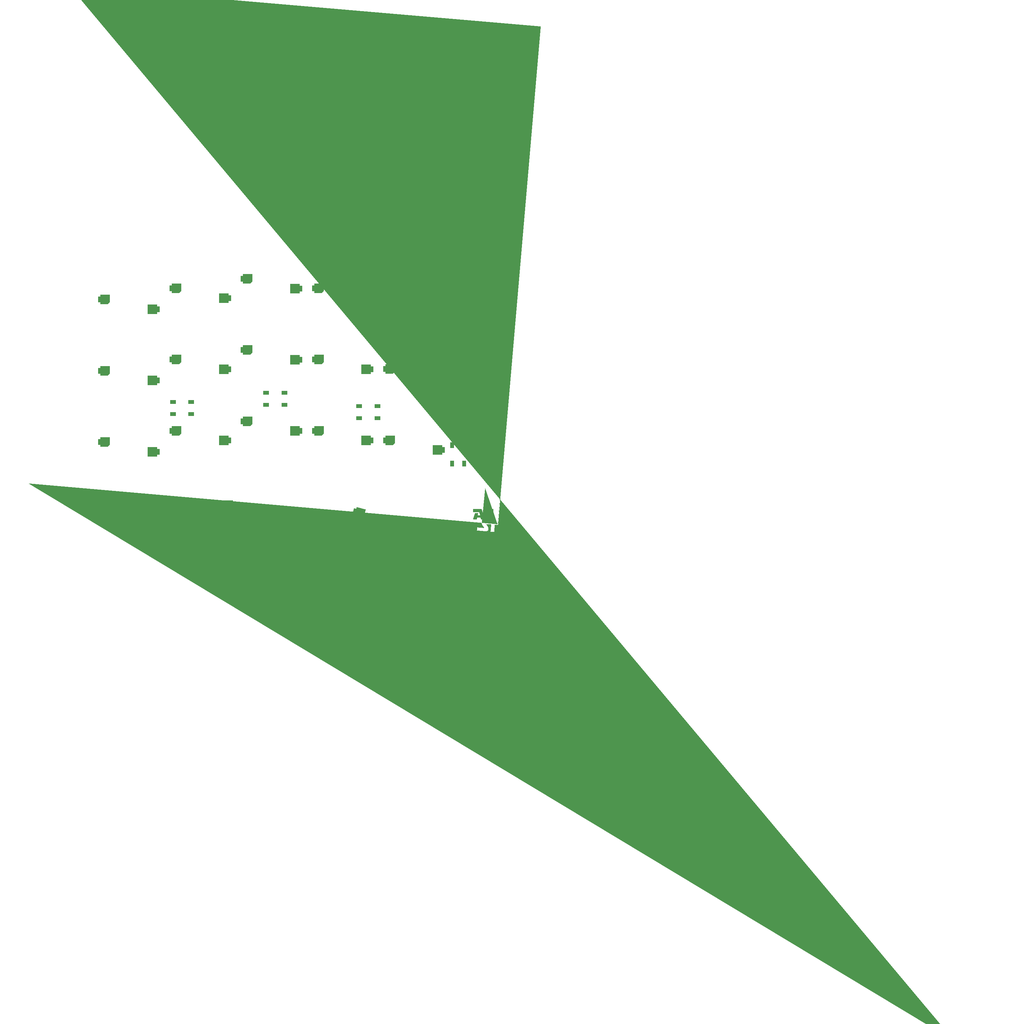
<source format=gtp>
G04 #@! TF.GenerationSoftware,KiCad,Pcbnew,(6.0.6-0)*
G04 #@! TF.CreationDate,2022-07-08T23:19:37+08:00*
G04 #@! TF.ProjectId,AT_ST,41545f53-542e-46b6-9963-61645f706362,rev?*
G04 #@! TF.SameCoordinates,Original*
G04 #@! TF.FileFunction,Paste,Top*
G04 #@! TF.FilePolarity,Positive*
%FSLAX46Y46*%
G04 Gerber Fmt 4.6, Leading zero omitted, Abs format (unit mm)*
G04 Created by KiCad (PCBNEW (6.0.6-0)) date 2022-07-08 23:19:37*
%MOMM*%
%LPD*%
G01*
G04 APERTURE LIST*
G04 Aperture macros list*
%AMFreePoly0*
4,1,22,1.226568,1.240810,1.242719,1.230019,1.253510,1.213868,1.257300,1.194816,1.257300,-0.746760,0.759460,-1.244600,-1.207516,-1.244600,-1.226568,-1.240810,-1.242719,-1.230019,-1.253510,-1.213868,-1.257300,-1.194816,-1.257300,-0.736600,-1.873100,-0.736600,-1.873100,0.744600,-1.257300,0.744600,-1.257300,1.194816,-1.253511,1.213868,-1.242719,1.230019,-1.226568,1.240811,-1.207516,1.244600,
1.207516,1.244600,1.226568,1.240810,1.226568,1.240810,$1*%
%AMFreePoly1*
4,1,25,1.238664,1.240807,1.254815,1.230016,1.265606,1.213865,1.269396,1.194813,1.269396,0.735403,1.940604,0.735403,1.940604,-0.764597,1.269396,-0.764597,1.269396,-1.194813,1.265606,-1.213865,1.254815,-1.230016,1.238664,-1.240807,1.219612,-1.244597,-1.219612,-1.244597,-1.238664,-1.240807,-1.254815,-1.230016,-1.265606,-1.213865,-1.269396,-1.194813,-1.269396,1.194813,-1.265606,1.213865,
-1.254815,1.230016,-1.238664,1.240807,-1.219612,1.244597,1.219612,1.244597,1.238664,1.240807,1.238664,1.240807,$1*%
%AMFreePoly2*
4,1,32,2.467158,1.162300,2.929392,-0.226051,1.859468,-0.226051,1.689269,0.274666,0.893419,0.274666,0.735582,-0.226051,0.243178,-0.226051,-0.000429,-0.222164,-0.158882,-0.210107,-0.237748,-0.189283,-0.249226,-0.173418,-0.235625,-0.115066,-0.197844,0.014923,-0.140411,0.201794,-0.067855,0.430789,0.009247,0.668696,0.267719,1.458178,1.156982,1.458178,1.068394,1.200694,1.020985,1.056894,
0.988837,0.947903,0.979807,0.904816,1.021583,0.886366,1.131994,0.872765,1.288665,0.866559,1.317164,0.866422,1.654520,0.866422,1.369637,1.731297,-0.294745,1.731297,-0.294745,2.550651,2.004925,2.550651,2.467158,1.162300,2.467158,1.162300,$1*%
%AMFreePoly3*
4,1,9,1.058101,1.731297,0.193226,1.731297,0.193226,-0.226051,-0.762688,-0.226051,-0.762688,1.731297,-1.627563,1.731297,-1.627563,2.550651,1.058101,2.550651,1.058101,1.731297,1.058101,1.731297,$1*%
%AMFreePoly4*
4,1,64,0.155354,-0.183684,-0.709520,-0.183684,-0.709520,-2.141032,-1.665434,-2.141032,-1.665434,-0.183684,-2.291330,-0.184381,-2.525227,-0.187528,-2.729347,-0.195666,-2.884891,-0.207652,-2.973060,-0.222342,-2.982586,-0.226436,-3.002343,-0.260234,-2.978221,-0.320172,-2.902622,-0.418411,-2.773113,-0.561592,-2.544264,-0.833805,-2.392415,-1.082805,-2.311013,-1.321531,-2.292206,-1.511087,-2.324173,-1.740530,
-2.425421,-1.915906,-2.603973,-2.050493,-2.624584,-2.061301,-2.680273,-2.085152,-2.750172,-2.103780,-2.845438,-2.117813,-2.977229,-2.127876,-3.156700,-2.134596,-3.395010,-2.138598,-3.703314,-2.140510,-4.043839,-2.140961,-5.307011,-2.141032,-5.307011,-1.321677,-4.468620,-1.321677,-4.140992,-1.320539,-3.893668,-1.316373,-3.715932,-1.308051,-3.597067,-1.294444,-3.526357,-1.274425,-3.493086,-1.246865,
-3.486223,-1.218253,-3.515915,-1.165590,-3.595163,-1.066424,-3.709222,-0.938702,-3.760206,-0.884765,-3.993582,-0.603085,-4.145725,-0.330973,-4.215296,-0.073212,-4.200954,0.165415,-4.110753,0.366538,-4.068102,0.428917,-4.026191,0.480771,-3.976673,0.523075,-3.911203,0.556805,-3.821435,0.582936,-3.699023,0.602443,-3.535621,0.616302,-3.322882,0.625487,-3.052461,0.630974,-2.716012,0.633739,
-2.305189,0.634756,-1.813374,0.635000,0.155354,0.635671,0.155354,-0.183684,0.155354,-0.183684,$1*%
G04 Aperture macros list end*
%ADD10R,0.300000X1.250000*%
%ADD11R,2.000000X2.000000*%
%ADD12FreePoly0,345.000000*%
%ADD13FreePoly1,345.000000*%
%ADD14FreePoly0,0.000000*%
%ADD15FreePoly1,0.000000*%
%ADD16R,1.500000X1.000000*%
%ADD17R,1.000000X1.500000*%
%ADD18FreePoly2,0.000000*%
%ADD19FreePoly3,0.000000*%
%ADD20FreePoly4,0.000000*%
%ADD21R,1.700000X1.000000*%
G04 APERTURE END LIST*
D10*
X133236196Y-126169803D03*
X132736196Y-126169803D03*
X132236196Y-126169803D03*
X131736196Y-126169803D03*
X131236196Y-126169803D03*
D11*
X135286196Y-123444803D03*
X129186196Y-123444803D03*
D12*
X207166532Y-136831015D03*
D13*
X218653412Y-142591112D03*
D14*
X121260066Y-65897675D03*
D15*
X133846362Y-68488478D03*
D14*
X178259364Y-87442475D03*
D15*
X190845660Y-90033278D03*
D14*
X140259466Y-63356915D03*
D15*
X152845762Y-65947718D03*
D14*
X178259364Y-106437475D03*
D15*
X190845660Y-109028278D03*
D14*
X102259866Y-106898075D03*
D15*
X114846162Y-109488878D03*
D14*
X140259466Y-101357075D03*
D15*
X152845762Y-103947878D03*
D14*
X159259666Y-65897115D03*
D15*
X171845962Y-68487918D03*
D16*
X169981000Y-97307600D03*
X169981000Y-100507600D03*
X174881000Y-100507600D03*
X174881000Y-97307600D03*
D14*
X159259666Y-103897475D03*
D15*
X171845962Y-106488278D03*
D12*
X188548332Y-131840098D03*
D13*
X200035212Y-137600195D03*
D17*
X197967400Y-107729114D03*
X194767400Y-107729114D03*
X194767400Y-112629114D03*
X197967400Y-112629114D03*
D12*
X170234310Y-125730072D03*
D13*
X181721190Y-131490169D03*
D14*
X121260066Y-84897275D03*
D15*
X133846362Y-87488078D03*
D18*
X200634600Y-127254000D03*
D19*
X204774800Y-127254000D03*
D20*
X206857600Y-128778000D03*
D14*
X102259866Y-68897275D03*
D15*
X114846162Y-71488078D03*
D14*
X140259466Y-82356875D03*
D15*
X152845762Y-84947678D03*
D16*
X145144600Y-93777000D03*
X145144600Y-96977000D03*
X150044600Y-96977000D03*
X150044600Y-93777000D03*
X120308200Y-96190000D03*
X120308200Y-99390000D03*
X125208200Y-99390000D03*
X125208200Y-96190000D03*
D14*
X159259666Y-84897075D03*
D15*
X171845962Y-87487878D03*
D14*
X178259364Y-68488675D03*
D15*
X190845660Y-71079478D03*
D14*
X102259866Y-87897675D03*
D15*
X114846162Y-90488478D03*
D21*
X182549400Y-59724390D03*
X188849400Y-59724390D03*
X188849400Y-63524390D03*
X182549400Y-63524390D03*
D14*
X121260066Y-103896875D03*
D15*
X133846362Y-106487678D03*
M02*

</source>
